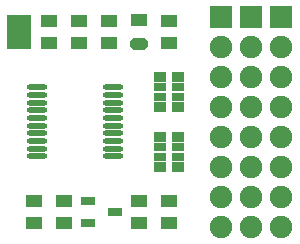
<source format=gts>
G04*
G04 #@! TF.GenerationSoftware,Altium Limited,Altium Designer,22.2.1 (43)*
G04*
G04 Layer_Color=8388736*
%FSTAX25Y25*%
%MOIN*%
G70*
G04*
G04 #@! TF.SameCoordinates,04582349-F352-462C-AFDD-1AE5C237541B*
G04*
G04*
G04 #@! TF.FilePolarity,Negative*
G04*
G01*
G75*
%ADD23R,0.05800X0.04300*%
G04:AMPARAMS|DCode=24|XSize=43mil|YSize=58mil|CornerRadius=0mil|HoleSize=0mil|Usage=FLASHONLY|Rotation=270.000|XOffset=0mil|YOffset=0mil|HoleType=Round|Shape=Octagon|*
%AMOCTAGOND24*
4,1,8,0.02900,0.01075,0.02900,-0.01075,0.01825,-0.02150,-0.01825,-0.02150,-0.02900,-0.01075,-0.02900,0.01075,-0.01825,0.02150,0.01825,0.02150,0.02900,0.01075,0.0*
%
%ADD24OCTAGOND24*%

%ADD25R,0.05800X0.04300*%
%ADD26O,0.06706X0.01981*%
%ADD27R,0.04343X0.03359*%
%ADD28R,0.04343X0.02769*%
%ADD29R,0.04737X0.02572*%
%ADD30R,0.07887X0.11824*%
%ADD31C,0.07493*%
%ADD32R,0.07493X0.07493*%
D23*
X00475Y0078D02*
D03*
D24*
Y007D02*
D03*
D25*
X00375Y007026D02*
D03*
Y0077741D02*
D03*
X00575Y007026D02*
D03*
Y0077741D02*
D03*
X00275Y007026D02*
D03*
Y0077741D02*
D03*
X00175Y007026D02*
D03*
Y0077741D02*
D03*
X0047526Y001774D02*
D03*
Y001026D02*
D03*
X00125Y001026D02*
D03*
Y001774D02*
D03*
X00575Y001026D02*
D03*
Y001774D02*
D03*
X00225Y001774D02*
D03*
Y001026D02*
D03*
D26*
X0013602Y0055516D02*
D03*
Y0052957D02*
D03*
Y0050398D02*
D03*
Y0047839D02*
D03*
Y0045279D02*
D03*
Y004272D02*
D03*
Y0040161D02*
D03*
Y0037602D02*
D03*
Y0035043D02*
D03*
Y0032484D02*
D03*
X0038798Y0055516D02*
D03*
Y0052957D02*
D03*
Y0050398D02*
D03*
Y0047839D02*
D03*
Y0045279D02*
D03*
Y004272D02*
D03*
Y0040161D02*
D03*
Y0037602D02*
D03*
Y0035043D02*
D03*
Y0032484D02*
D03*
D27*
X005435Y0039039D02*
D03*
Y0028961D02*
D03*
X006065D02*
D03*
Y0039039D02*
D03*
X005435Y0059039D02*
D03*
Y0048961D02*
D03*
X006065D02*
D03*
Y0059039D02*
D03*
D28*
X005435Y0035575D02*
D03*
Y0032425D02*
D03*
X006065D02*
D03*
Y0035575D02*
D03*
X005435Y0055575D02*
D03*
Y0052425D02*
D03*
X006065D02*
D03*
Y0055575D02*
D03*
D29*
X00305Y001774D02*
D03*
Y001026D02*
D03*
X0039429Y0014D02*
D03*
D30*
X00075Y0074D02*
D03*
D31*
X0095Y0029D02*
D03*
Y0039D02*
D03*
Y0049D02*
D03*
Y0059D02*
D03*
Y0069D02*
D03*
Y0019D02*
D03*
Y0009D02*
D03*
X0085Y0029D02*
D03*
Y0039D02*
D03*
Y0049D02*
D03*
Y0059D02*
D03*
Y0069D02*
D03*
Y0019D02*
D03*
Y0009D02*
D03*
X0075Y0029D02*
D03*
Y0039D02*
D03*
Y0049D02*
D03*
Y0059D02*
D03*
Y0069D02*
D03*
Y0019D02*
D03*
Y0009D02*
D03*
D32*
X0095Y0079D02*
D03*
X0085D02*
D03*
X0075D02*
D03*
M02*

</source>
